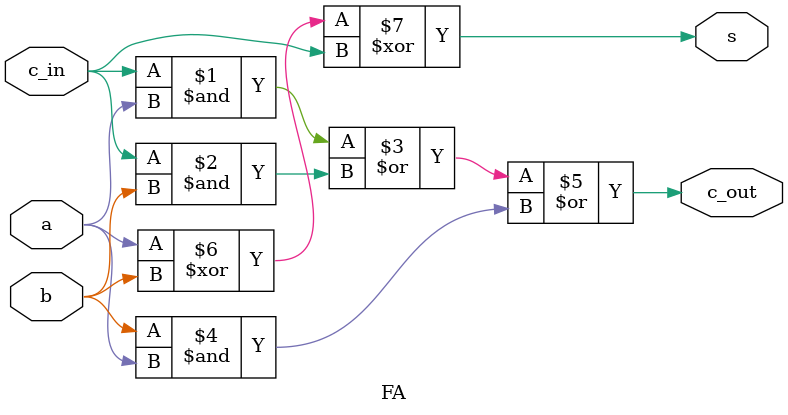
<source format=sv>
`timescale 1ns / 1ns // `timescale time_unit/time_precision



module part1(a,b,c_in, s, c_out);
	input logic [3:0] a, b; 
	input logic c_in; 
	
	output logic [3:0] s;	
	output logic [3:0] c_out;
	
	FA u1(a[0], b[0], c_in, c_out[0], s[0]);
	FA u2(a[1], b[1], c_out[0],c_out[1], s[1]);
	FA u3(a[2], b[2], c_out[1], c_out[2], s[2]);
	FA u4(a[3], b[3], c_out[2], c_out[3], s[3]);
	
	

endmodule
	
module FA(a,b,c_in, c_out, s);
	input logic a, b, c_in;
	output logic c_out, s; 
	
	assign c_out = c_in & a | c_in & b | b & a;
	assign s = a ^ b ^ c_in; 

endmodule
</source>
